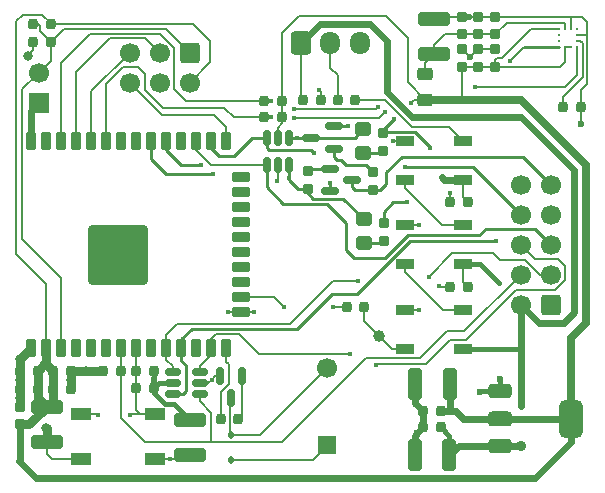
<source format=gbr>
%TF.GenerationSoftware,KiCad,Pcbnew,9.0.2*%
%TF.CreationDate,2025-06-19T10:12:08+02:00*%
%TF.ProjectId,Robobuoy-Sub-CPU-v2_1,526f626f-6275-46f7-992d-5375622d4350,2.0*%
%TF.SameCoordinates,Original*%
%TF.FileFunction,Copper,L1,Top*%
%TF.FilePolarity,Positive*%
%FSLAX46Y46*%
G04 Gerber Fmt 4.6, Leading zero omitted, Abs format (unit mm)*
G04 Created by KiCad (PCBNEW 9.0.2) date 2025-06-19 10:12:08*
%MOMM*%
%LPD*%
G01*
G04 APERTURE LIST*
G04 Aperture macros list*
%AMRoundRect*
0 Rectangle with rounded corners*
0 $1 Rounding radius*
0 $2 $3 $4 $5 $6 $7 $8 $9 X,Y pos of 4 corners*
0 Add a 4 corners polygon primitive as box body*
4,1,4,$2,$3,$4,$5,$6,$7,$8,$9,$2,$3,0*
0 Add four circle primitives for the rounded corners*
1,1,$1+$1,$2,$3*
1,1,$1+$1,$4,$5*
1,1,$1+$1,$6,$7*
1,1,$1+$1,$8,$9*
0 Add four rect primitives between the rounded corners*
20,1,$1+$1,$2,$3,$4,$5,0*
20,1,$1+$1,$4,$5,$6,$7,0*
20,1,$1+$1,$6,$7,$8,$9,0*
20,1,$1+$1,$8,$9,$2,$3,0*%
G04 Aperture macros list end*
%TA.AperFunction,SMDPad,CuDef*%
%ADD10R,0.280000X0.280000*%
%TD*%
%TA.AperFunction,SMDPad,CuDef*%
%ADD11RoundRect,0.150000X0.150000X-0.512500X0.150000X0.512500X-0.150000X0.512500X-0.150000X-0.512500X0*%
%TD*%
%TA.AperFunction,SMDPad,CuDef*%
%ADD12RoundRect,0.200000X-0.250000X0.200000X-0.250000X-0.200000X0.250000X-0.200000X0.250000X0.200000X0*%
%TD*%
%TA.AperFunction,SMDPad,CuDef*%
%ADD13RoundRect,0.200000X-0.200000X-0.250000X0.200000X-0.250000X0.200000X0.250000X-0.200000X0.250000X0*%
%TD*%
%TA.AperFunction,SMDPad,CuDef*%
%ADD14RoundRect,0.200000X0.200000X0.250000X-0.200000X0.250000X-0.200000X-0.250000X0.200000X-0.250000X0*%
%TD*%
%TA.AperFunction,SMDPad,CuDef*%
%ADD15RoundRect,0.090000X0.660000X0.360000X-0.660000X0.360000X-0.660000X-0.360000X0.660000X-0.360000X0*%
%TD*%
%TA.AperFunction,SMDPad,CuDef*%
%ADD16RoundRect,0.300000X-0.700000X-0.300000X0.700000X-0.300000X0.700000X0.300000X-0.700000X0.300000X0*%
%TD*%
%TA.AperFunction,SMDPad,CuDef*%
%ADD17RoundRect,0.317500X-0.698500X-0.317500X0.698500X-0.317500X0.698500X0.317500X-0.698500X0.317500X0*%
%TD*%
%TA.AperFunction,SMDPad,CuDef*%
%ADD18RoundRect,0.500000X-0.500000X-1.100000X0.500000X-1.100000X0.500000X1.100000X-0.500000X1.100000X0*%
%TD*%
%TA.AperFunction,SMDPad,CuDef*%
%ADD19RoundRect,0.150000X-0.150000X0.587500X-0.150000X-0.587500X0.150000X-0.587500X0.150000X0.587500X0*%
%TD*%
%TA.AperFunction,SMDPad,CuDef*%
%ADD20RoundRect,0.300000X-0.400000X0.300000X-0.400000X-0.300000X0.400000X-0.300000X0.400000X0.300000X0*%
%TD*%
%TA.AperFunction,SMDPad,CuDef*%
%ADD21RoundRect,0.200000X0.250000X-0.200000X0.250000X0.200000X-0.250000X0.200000X-0.250000X-0.200000X0*%
%TD*%
%TA.AperFunction,SMDPad,CuDef*%
%ADD22RoundRect,0.112500X0.112500X-0.187500X0.112500X0.187500X-0.112500X0.187500X-0.112500X-0.187500X0*%
%TD*%
%TA.AperFunction,SMDPad,CuDef*%
%ADD23C,1.000000*%
%TD*%
%TA.AperFunction,ComponentPad*%
%ADD24RoundRect,0.250000X-0.600000X0.600000X-0.600000X-0.600000X0.600000X-0.600000X0.600000X0.600000X0*%
%TD*%
%TA.AperFunction,ComponentPad*%
%ADD25C,1.700000*%
%TD*%
%TA.AperFunction,ComponentPad*%
%ADD26RoundRect,0.250000X0.600000X0.600000X-0.600000X0.600000X-0.600000X-0.600000X0.600000X-0.600000X0*%
%TD*%
%TA.AperFunction,SMDPad,CuDef*%
%ADD27RoundRect,0.250000X1.100000X-0.325000X1.100000X0.325000X-1.100000X0.325000X-1.100000X-0.325000X0*%
%TD*%
%TA.AperFunction,SMDPad,CuDef*%
%ADD28RoundRect,0.150000X0.587500X0.150000X-0.587500X0.150000X-0.587500X-0.150000X0.587500X-0.150000X0*%
%TD*%
%TA.AperFunction,ComponentPad*%
%ADD29RoundRect,0.250000X-0.600000X-0.725000X0.600000X-0.725000X0.600000X0.725000X-0.600000X0.725000X0*%
%TD*%
%TA.AperFunction,ComponentPad*%
%ADD30O,1.700000X1.950000*%
%TD*%
%TA.AperFunction,SMDPad,CuDef*%
%ADD31RoundRect,0.275000X0.375000X-0.275000X0.375000X0.275000X-0.375000X0.275000X-0.375000X-0.275000X0*%
%TD*%
%TA.AperFunction,SMDPad,CuDef*%
%ADD32RoundRect,0.250000X-1.100000X0.325000X-1.100000X-0.325000X1.100000X-0.325000X1.100000X0.325000X0*%
%TD*%
%TA.AperFunction,ComponentPad*%
%ADD33R,1.700000X1.700000*%
%TD*%
%TA.AperFunction,SMDPad,CuDef*%
%ADD34R,1.700000X1.000000*%
%TD*%
%TA.AperFunction,SMDPad,CuDef*%
%ADD35RoundRect,0.250000X0.325000X1.100000X-0.325000X1.100000X-0.325000X-1.100000X0.325000X-1.100000X0*%
%TD*%
%TA.AperFunction,SMDPad,CuDef*%
%ADD36RoundRect,0.150000X0.512500X0.150000X-0.512500X0.150000X-0.512500X-0.150000X0.512500X-0.150000X0*%
%TD*%
%TA.AperFunction,SMDPad,CuDef*%
%ADD37RoundRect,0.225000X0.225000X-0.525000X0.225000X0.525000X-0.225000X0.525000X-0.225000X-0.525000X0*%
%TD*%
%TA.AperFunction,SMDPad,CuDef*%
%ADD38RoundRect,0.225000X0.525000X0.225000X-0.525000X0.225000X-0.525000X-0.225000X0.525000X-0.225000X0*%
%TD*%
%TA.AperFunction,SMDPad,CuDef*%
%ADD39RoundRect,0.250000X2.250000X-2.250000X2.250000X2.250000X-2.250000X2.250000X-2.250000X-2.250000X0*%
%TD*%
%TA.AperFunction,ComponentPad*%
%ADD40R,1.650000X1.650000*%
%TD*%
%TA.AperFunction,SMDPad,CuDef*%
%ADD41RoundRect,0.150000X-0.587500X-0.150000X0.587500X-0.150000X0.587500X0.150000X-0.587500X0.150000X0*%
%TD*%
%TA.AperFunction,ViaPad*%
%ADD42C,0.450000*%
%TD*%
%TA.AperFunction,ViaPad*%
%ADD43C,0.600000*%
%TD*%
%TA.AperFunction,ViaPad*%
%ADD44C,0.800000*%
%TD*%
%TA.AperFunction,ViaPad*%
%ADD45C,0.900000*%
%TD*%
%TA.AperFunction,Conductor*%
%ADD46C,0.250000*%
%TD*%
%TA.AperFunction,Conductor*%
%ADD47C,0.200000*%
%TD*%
%TA.AperFunction,Conductor*%
%ADD48C,0.600000*%
%TD*%
%TA.AperFunction,Conductor*%
%ADD49C,0.800000*%
%TD*%
%TA.AperFunction,Conductor*%
%ADD50C,0.400000*%
%TD*%
%TA.AperFunction,Conductor*%
%ADD51C,0.700000*%
%TD*%
G04 APERTURE END LIST*
D10*
%TO.P,U102,12,INT_XL*%
%TO.N,unconnected-(U102-INT_XL-Pad12)*%
X21714700Y17403000D03*
%TO.P,U102,11,DRDY_MAG*%
%TO.N,unconnected-(U102-DRDY_MAG-Pad11)*%
X21714700Y17903000D03*
%TO.P,U102,10,VDDIO*%
%TO.N,+3.3V*%
X21727200Y18415500D03*
%TO.P,U102,9,VDD*%
%TO.N,Net-(U102-VDD)*%
X22227200Y18415500D03*
%TO.P,U102,8,GND*%
%TO.N,GND*%
X22727200Y18415500D03*
%TO.P,U102,7,INT_MAG*%
%TO.N,unconnected-(U102-INT_MAG-Pad7)*%
X23227200Y18415500D03*
%TO.P,U102,6,GND*%
%TO.N,GND*%
X23239700Y17903000D03*
%TO.P,U102,5,C1*%
%TO.N,Net-(U102-C1)*%
X23239700Y17403000D03*
%TO.P,U102,4,SDA/SDI/SDO*%
%TO.N,Net-(U101-SDA{slash}GPIO21)*%
X23227200Y16890500D03*
%TO.P,U102,3,CS_MAG*%
%TO.N,+3.3V*%
X22727200Y16890500D03*
%TO.P,U102,2,CS_XL*%
X22227200Y16890500D03*
%TO.P,U102,1,SCL/SPC*%
%TO.N,Net-(U101-SCL{slash}GPIO22)*%
X21727200Y16890500D03*
%TD*%
D11*
%TO.P,U105,1,I/O1*%
%TO.N,ESC_BB_PWR*%
X-3058200Y6888900D03*
%TO.P,U105,2,GND*%
%TO.N,GND*%
X-2108200Y6888900D03*
%TO.P,U105,3,I/O2*%
%TO.N,TX_SUB*%
X-1158200Y6888900D03*
%TO.P,U105,4,I/O3*%
%TO.N,RX_SUB*%
X-1158200Y9163900D03*
%TO.P,U105,5,VBUS*%
%TO.N,+3.3V*%
X-2108200Y9163900D03*
%TO.P,U105,6,I/O4*%
%TO.N,ESC_SB_PWR*%
X-3058200Y9163900D03*
%TD*%
D12*
%TO.P,C124,1*%
%TO.N,GND*%
X16254200Y19419000D03*
%TO.P,C124,2*%
%TO.N,Net-(U102-VDD)*%
X16254200Y17919000D03*
%TD*%
%TO.P,C123,1*%
%TO.N,GND*%
X16254200Y16662400D03*
%TO.P,C123,2*%
%TO.N,+3.3V*%
X16254200Y15162400D03*
%TD*%
D13*
%TO.P,C112,1*%
%TO.N,SWITCH*%
X-14085000Y-12014200D03*
%TO.P,C112,2*%
%TO.N,+3.3V*%
X-12585000Y-12014200D03*
%TD*%
%TO.P,C107,1*%
%TO.N,+3.3V*%
X-21148000Y-12065000D03*
%TO.P,C107,2*%
%TO.N,GND*%
X-19648000Y-12065000D03*
%TD*%
D14*
%TO.P,C101,1*%
%TO.N,EN*%
X-21324400Y17272000D03*
%TO.P,C101,2*%
%TO.N,GND*%
X-22824400Y17272000D03*
%TD*%
D15*
%TO.P,D102,1,VDD*%
%TO.N,+5V*%
X13598800Y-1523000D03*
%TO.P,D102,2,DOUT*%
%TO.N,Net-(D102-DOUT)*%
X13598800Y1777000D03*
%TO.P,D102,3,VSS*%
%TO.N,GND*%
X8698800Y1777000D03*
%TO.P,D102,4,DIN*%
%TO.N,Net-(D101-DOUT)*%
X8698800Y-1523000D03*
%TD*%
D14*
%TO.P,R106,1*%
%TO.N,Net-(D101-DIN)*%
X5232400Y-5130800D03*
%TO.P,R106,2*%
%TO.N,LEDS*%
X3732400Y-5130800D03*
%TD*%
D16*
%TO.P,U104,1,GND*%
%TO.N,GND*%
X16713200Y-12301300D03*
D17*
%TO.P,U104,2,VO*%
%TO.N,+3.3V*%
X16713200Y-14601300D03*
D18*
X22761200Y-14601300D03*
D16*
%TO.P,U104,3,VI*%
%TO.N,+5V*%
X16713200Y-16901300D03*
%TD*%
D19*
%TO.P,Q101,1,G*%
%TO.N,Net-(Q101-G)*%
X-5120600Y-11023600D03*
%TO.P,Q101,2,S*%
%TO.N,GND*%
X-7020600Y-11023600D03*
%TO.P,Q101,3,D*%
%TO.N,Net-(BZ101--)*%
X-6070600Y-12898600D03*
%TD*%
D14*
%TO.P,C109,1*%
%TO.N,+5V*%
X13983400Y-3429000D03*
%TO.P,C109,2*%
%TO.N,GND*%
X12483400Y-3429000D03*
%TD*%
D20*
%TO.P,D105,1,K*%
%TO.N,RX_SUB*%
X5130800Y9890000D03*
%TO.P,D105,2,A*%
%TO.N,Net-(D105-A)*%
X5130800Y7890000D03*
%TD*%
D21*
%TO.P,C108,1*%
%TO.N,+3.3V*%
X-23954000Y-15101000D03*
%TO.P,C108,2*%
%TO.N,GND*%
X-23954000Y-13601000D03*
%TD*%
%TO.P,R107,1*%
%TO.N,Net-(D108-A)*%
X6858000Y418400D03*
%TO.P,R107,2*%
%TO.N,+3.3V*%
X6858000Y1918400D03*
%TD*%
D12*
%TO.P,R111,1*%
%TO.N,Net-(Q117-B)*%
X457200Y6338000D03*
%TO.P,R111,2*%
%TO.N,TX_SUB*%
X457200Y4838000D03*
%TD*%
D13*
%TO.P,C125,1*%
%TO.N,GND*%
X-16879000Y-10541000D03*
%TO.P,C125,2*%
%TO.N,VSAMP*%
X-15379000Y-10541000D03*
%TD*%
D22*
%TO.P,D104,1,K*%
%TO.N,+5V*%
X-6096000Y-18093400D03*
%TO.P,D104,2,A*%
%TO.N,Net-(BZ101--)*%
X-6096000Y-15993400D03*
%TD*%
D12*
%TO.P,C115,1*%
%TO.N,GND*%
X14831800Y19419000D03*
%TO.P,C115,2*%
%TO.N,Net-(U102-VDD)*%
X14831800Y17919000D03*
%TD*%
D14*
%TO.P,C110,1*%
%TO.N,+5V*%
X14008800Y3708400D03*
%TO.P,C110,2*%
%TO.N,GND*%
X12508800Y3708400D03*
%TD*%
%TO.P,R102,1*%
%TO.N,Net-(Q101-G)*%
X-5447600Y-14655800D03*
%TO.P,R102,2*%
%TO.N,BUZZER*%
X-6947600Y-14655800D03*
%TD*%
D13*
%TO.P,C116,1*%
%TO.N,Net-(U102-C1)*%
X22032000Y11811000D03*
%TO.P,C116,2*%
%TO.N,GND*%
X23532000Y11811000D03*
%TD*%
D14*
%TO.P,C120,1*%
%TO.N,+3.3V*%
X11697400Y-13966300D03*
%TO.P,C120,2*%
%TO.N,GND*%
X10197400Y-13966300D03*
%TD*%
D23*
%TO.P,TP101,1,1*%
%TO.N,Net-(D101-DIN)*%
X6500600Y-7594600D03*
%TD*%
D24*
%TO.P,J101,1,Pin_1*%
%TO.N,EN*%
X-9577600Y16383000D03*
D25*
%TO.P,J101,2,Pin_2*%
%TO.N,+3.3V*%
X-9577600Y13843000D03*
%TO.P,J101,3,Pin_3*%
%TO.N,TX*%
X-12117600Y16383000D03*
%TO.P,J101,4,Pin_4*%
%TO.N,GND*%
X-12117600Y13843000D03*
%TO.P,J101,5,Pin_5*%
%TO.N,RX*%
X-14657600Y16383000D03*
%TO.P,J101,6,Pin_6*%
%TO.N,DR0*%
X-14657600Y13843000D03*
%TD*%
D21*
%TO.P,R110,1*%
%TO.N,Net-(D105-A)*%
X6807200Y8089200D03*
%TO.P,R110,2*%
%TO.N,+3.3V*%
X6807200Y9589200D03*
%TD*%
D15*
%TO.P,D101,1,VDD*%
%TO.N,+5V*%
X13575200Y-8685800D03*
%TO.P,D101,2,DOUT*%
%TO.N,Net-(D101-DOUT)*%
X13575200Y-5385800D03*
%TO.P,D101,3,VSS*%
%TO.N,GND*%
X8675200Y-5385800D03*
%TO.P,D101,4,DIN*%
%TO.N,Net-(D101-DIN)*%
X8675200Y-8685800D03*
%TD*%
D13*
%TO.P,C103,1*%
%TO.N,+3.3V*%
X-21148000Y-10541000D03*
%TO.P,C103,2*%
%TO.N,GND*%
X-19648000Y-10541000D03*
%TD*%
D14*
%TO.P,C102,1*%
%TO.N,+3.3V*%
X-22442000Y-10541000D03*
%TO.P,C102,2*%
%TO.N,GND*%
X-23942000Y-10541000D03*
%TD*%
%TO.P,R105,1*%
%TO.N,+3.3V*%
X-12585000Y-10566400D03*
%TO.P,R105,2*%
%TO.N,SWITCH*%
X-14085000Y-10566400D03*
%TD*%
D20*
%TO.P,D108,1,K*%
%TO.N,TX_SUB*%
X5181200Y2270000D03*
%TO.P,D108,2,A*%
%TO.N,Net-(D108-A)*%
X5181200Y270000D03*
%TD*%
D26*
%TO.P,J108,1,Pin_1*%
%TO.N,GND*%
X21004000Y-4953000D03*
D25*
%TO.P,J108,2,Pin_2*%
%TO.N,+5V*%
X18464000Y-4953000D03*
%TO.P,J108,3,Pin_3*%
%TO.N,ESC_BB*%
X21004000Y-2413000D03*
%TO.P,J108,4,Pin_4*%
%TO.N,VSAMP*%
X18464000Y-2413000D03*
%TO.P,J108,5,Pin_5*%
%TO.N,ESC_BB_PWR*%
X21004000Y127000D03*
%TO.P,J108,6,Pin_6*%
%TO.N,ESC_SB*%
X18464000Y127000D03*
%TO.P,J108,7,Pin_7*%
%TO.N,ON*%
X21004000Y2667000D03*
%TO.P,J108,8,Pin_8*%
%TO.N,ESC_SB_PWR*%
X18464000Y2667000D03*
%TO.P,J108,9,Pin_9*%
%TO.N,COMM*%
X21004000Y5207000D03*
%TO.P,J108,10,Pin_10*%
%TO.N,GND*%
X18464000Y5207000D03*
%TD*%
D27*
%TO.P,C114,1*%
%TO.N,Net-(U102-VDD)*%
X11123400Y16254200D03*
%TO.P,C114,2*%
%TO.N,GND*%
X11123400Y19204200D03*
%TD*%
D14*
%TO.P,C104,1*%
%TO.N,+3.3V*%
X-22442000Y-12065000D03*
%TO.P,C104,2*%
%TO.N,GND*%
X-23942000Y-12065000D03*
%TD*%
D13*
%TO.P,R108,1*%
%TO.N,Net-(J103-Pin_2)*%
X2971800Y12369800D03*
%TO.P,R108,2*%
%TO.N,Net-(D103-DOUT)*%
X4471800Y12369800D03*
%TD*%
D21*
%TO.P,R109,1*%
%TO.N,COMM*%
X5994400Y4736400D03*
%TO.P,R109,2*%
%TO.N,Net-(Q102-B)*%
X5994400Y6236400D03*
%TD*%
%TO.P,C113,1*%
%TO.N,Net-(U102-VDD)*%
X13460200Y17919000D03*
%TO.P,C113,2*%
%TO.N,GND*%
X13460200Y19419000D03*
%TD*%
D28*
%TO.P,Q102,1,B*%
%TO.N,Net-(Q102-B)*%
X2613900Y8244800D03*
%TO.P,Q102,2,E*%
%TO.N,GND*%
X2613900Y10144800D03*
%TO.P,Q102,3,C*%
%TO.N,RX_SUB*%
X738900Y9194800D03*
%TD*%
D14*
%TO.P,R101,1*%
%TO.N,+3.3V*%
X-21324400Y18796000D03*
%TO.P,R101,2*%
%TO.N,EN*%
X-22824400Y18796000D03*
%TD*%
D29*
%TO.P,J103,1,Pin_1*%
%TO.N,+5V*%
X-165000Y17212800D03*
D30*
%TO.P,J103,2,Pin_2*%
%TO.N,Net-(J103-Pin_2)*%
X2335000Y17212800D03*
%TO.P,J103,3,Pin_3*%
%TO.N,GND*%
X4835000Y17212800D03*
%TD*%
D12*
%TO.P,C122,1*%
%TO.N,GND*%
X14831800Y16663800D03*
%TO.P,C122,2*%
%TO.N,+3.3V*%
X14831800Y15163800D03*
%TD*%
D15*
%TO.P,D103,1,VDD*%
%TO.N,+5V*%
X13598800Y5589000D03*
%TO.P,D103,2,DOUT*%
%TO.N,Net-(D103-DOUT)*%
X13598800Y8889000D03*
%TO.P,D103,3,VSS*%
%TO.N,GND*%
X8698800Y8889000D03*
%TO.P,D103,4,DIN*%
%TO.N,Net-(D102-DOUT)*%
X8698800Y5589000D03*
%TD*%
D14*
%TO.P,C118,1*%
%TO.N,+5V*%
X11697400Y-15312500D03*
%TO.P,C118,2*%
%TO.N,GND*%
X10197400Y-15312500D03*
%TD*%
D31*
%TO.P,FB101,1*%
%TO.N,+3.3V*%
X10386800Y12412800D03*
%TO.P,FB101,2*%
%TO.N,Net-(U102-VDD)*%
X10386800Y14612800D03*
%TD*%
D32*
%TO.P,C106,1*%
%TO.N,+3.3V*%
X-9501400Y-14730200D03*
%TO.P,C106,2*%
%TO.N,GND*%
X-9501400Y-17680200D03*
%TD*%
D13*
%TO.P,C111,1*%
%TO.N,+5V*%
X62800Y12369800D03*
%TO.P,C111,2*%
%TO.N,GND*%
X1562800Y12369800D03*
%TD*%
D33*
%TO.P,SW101,1,1*%
%TO.N,GND*%
X-22353800Y12110800D03*
D25*
%TO.P,SW101,2,2*%
%TO.N,EN*%
X-22353800Y14650800D03*
%TD*%
D21*
%TO.P,C121,1*%
%TO.N,+3.3V*%
X13485600Y15150400D03*
%TO.P,C121,2*%
%TO.N,GND*%
X13485600Y16650400D03*
%TD*%
D34*
%TO.P,SW102,1,1*%
%TO.N,GND*%
X-12472800Y-18029000D03*
X-18772800Y-18029000D03*
%TO.P,SW102,2,2*%
%TO.N,SWITCH*%
X-12472800Y-14229000D03*
X-18772800Y-14229000D03*
%TD*%
D14*
%TO.P,R104,1*%
%TO.N,+3.3V*%
X-1764600Y12268200D03*
%TO.P,R104,2*%
%TO.N,Net-(U101-SCL{slash}GPIO22)*%
X-3264600Y12268200D03*
%TD*%
D35*
%TO.P,C119,1*%
%TO.N,+3.3V*%
X12447800Y-11654900D03*
%TO.P,C119,2*%
%TO.N,GND*%
X9497800Y-11654900D03*
%TD*%
%TO.P,C117,1*%
%TO.N,+5V*%
X12422400Y-17674700D03*
%TO.P,C117,2*%
%TO.N,GND*%
X9472400Y-17674700D03*
%TD*%
D14*
%TO.P,R103,1*%
%TO.N,+3.3V*%
X-1764600Y10922000D03*
%TO.P,R103,2*%
%TO.N,Net-(U101-SDA{slash}GPIO21)*%
X-3264600Y10922000D03*
%TD*%
D36*
%TO.P,U103,1,I/O1*%
%TO.N,VSAMP*%
X-8717700Y-12557800D03*
%TO.P,U103,2,GND*%
%TO.N,GND*%
X-8717700Y-11607800D03*
%TO.P,U103,3,I/O2*%
%TO.N,ESC_SB*%
X-8717700Y-10657800D03*
%TO.P,U103,4,I/O3*%
%TO.N,ESC_BB*%
X-10992700Y-10657800D03*
%TO.P,U103,5,VBUS*%
%TO.N,+3.3V*%
X-10992700Y-11607800D03*
%TO.P,U103,6,I/O4*%
%TO.N,ON*%
X-10992700Y-12557800D03*
%TD*%
D37*
%TO.P,U101,1,GND*%
%TO.N,GND*%
X-22988000Y-8623000D03*
%TO.P,U101,2,VDD*%
%TO.N,+3.3V*%
X-21718000Y-8623000D03*
%TO.P,U101,3,CHIP_PU/EN*%
%TO.N,EN*%
X-20448000Y-8623000D03*
%TO.P,U101,4,GPIO36*%
%TO.N,unconnected-(U101-GPIO36-Pad4)*%
X-19178000Y-8623000D03*
%TO.P,U101,5,GPIO39*%
%TO.N,unconnected-(U101-GPIO39-Pad5)*%
X-17908000Y-8623000D03*
%TO.P,U101,6,GPIO34*%
%TO.N,unconnected-(U101-GPIO34-Pad6)*%
X-16638000Y-8623000D03*
%TO.P,U101,7,GPIO35*%
%TO.N,VSAMP*%
X-15368000Y-8623000D03*
%TO.P,U101,8,GPIO32*%
%TO.N,SWITCH*%
X-14098000Y-8623000D03*
%TO.P,U101,9,GPIO33*%
%TO.N,unconnected-(U101-GPIO33-Pad9)*%
X-12828000Y-8623000D03*
%TO.P,U101,10,GPIO25*%
%TO.N,ESC_BB*%
X-11558000Y-8623000D03*
%TO.P,U101,11,GPIO26*%
%TO.N,ON*%
X-10288000Y-8623000D03*
%TO.P,U101,12,GPIO27*%
%TO.N,unconnected-(U101-GPIO27-Pad12)*%
X-9018000Y-8623000D03*
%TO.P,U101,13,MTMS/SCK/CLK/GPIO14*%
%TO.N,ESC_SB*%
X-7748000Y-8623000D03*
%TO.P,U101,14,MTDI/MISO/D2/GPIO12*%
%TO.N,BUZZER*%
X-6478000Y-8623000D03*
D38*
%TO.P,U101,15,GND*%
%TO.N,GND*%
X-5228000Y-5588000D03*
%TO.P,U101,16,MTCK/MOSI/D3/GPIO13*%
%TO.N,LEDS*%
X-5228000Y-4318000D03*
%TO.P,U101,17,NC*%
%TO.N,unconnected-(U101-NC-Pad17)*%
X-5228000Y-3048000D03*
%TO.P,U101,18,NC*%
%TO.N,unconnected-(U101-NC-Pad18)*%
X-5228000Y-1778000D03*
%TO.P,U101,19,NC*%
%TO.N,unconnected-(U101-NC-Pad19)*%
X-5228000Y-508000D03*
%TO.P,U101,20,NC*%
%TO.N,unconnected-(U101-NC-Pad20)*%
X-5228000Y762000D03*
%TO.P,U101,21,NC*%
%TO.N,unconnected-(U101-NC-Pad21)*%
X-5228000Y2032000D03*
%TO.P,U101,22,NC*%
%TO.N,unconnected-(U101-NC-Pad22)*%
X-5228000Y3302000D03*
%TO.P,U101,23,MTDO/CS/CMD/GPIO15*%
%TO.N,unconnected-(U101-MTDO{slash}CS{slash}CMD{slash}GPIO15-Pad23)*%
X-5228000Y4572000D03*
%TO.P,U101,24,D0/GPIO2*%
%TO.N,unconnected-(U101-D0{slash}GPIO2-Pad24)*%
X-5228000Y5842000D03*
D37*
%TO.P,U101,25,BOOT/GPIO0*%
%TO.N,DR0*%
X-6478000Y8877000D03*
%TO.P,U101,26,D1/GPIO4*%
%TO.N,ESC_SB_PWR*%
X-7748000Y8877000D03*
%TO.P,U101,27,RXD/GPIO16*%
%TO.N,ESC_BB_PWR*%
X-9018000Y8877000D03*
%TO.P,U101,28,TXD/GPIO17*%
%TO.N,unconnected-(U101-TXD{slash}GPIO17-Pad28)*%
X-10288000Y8877000D03*
%TO.P,U101,29,CS/GPIO5*%
%TO.N,RX_SUB*%
X-11558000Y8877000D03*
%TO.P,U101,30,SCK/GPIO18*%
%TO.N,TX_SUB*%
X-12828000Y8877000D03*
%TO.P,U101,31,MISO/GPIO19*%
%TO.N,unconnected-(U101-MISO{slash}GPIO19-Pad31)*%
X-14098000Y8877000D03*
%TO.P,U101,32,NC*%
%TO.N,unconnected-(U101-NC-Pad32)*%
X-15368000Y8877000D03*
%TO.P,U101,33,SDA/GPIO21*%
%TO.N,Net-(U101-SDA{slash}GPIO21)*%
X-16638000Y8877000D03*
%TO.P,U101,34,RXD/GPIO3*%
%TO.N,RX*%
X-17908000Y8877000D03*
%TO.P,U101,35,TXD/GPIO1*%
%TO.N,TX*%
X-19178000Y8877000D03*
%TO.P,U101,36,SCL/GPIO22*%
%TO.N,Net-(U101-SCL{slash}GPIO22)*%
X-20448000Y8877000D03*
%TO.P,U101,37,MOSI/GPIO23*%
%TO.N,unconnected-(U101-MOSI{slash}GPIO23-Pad37)*%
X-21718000Y8877000D03*
%TO.P,U101,38,GND*%
%TO.N,GND*%
X-22988000Y8877000D03*
D39*
%TO.P,U101,39,GND*%
X-15643000Y-733000D03*
%TD*%
D40*
%TO.P,BZ101,1,+*%
%TO.N,+5V*%
X2082800Y-16813600D03*
D25*
%TO.P,BZ101,2,-*%
%TO.N,Net-(BZ101--)*%
X2082800Y-10313600D03*
%TD*%
D32*
%TO.P,C105,1*%
%TO.N,+3.3V*%
X-21668000Y-13638000D03*
%TO.P,C105,2*%
%TO.N,GND*%
X-21668000Y-16588000D03*
%TD*%
D41*
%TO.P,Q117,1,B*%
%TO.N,Net-(Q117-B)*%
X2313700Y6552100D03*
%TO.P,Q117,2,E*%
%TO.N,GND*%
X2313700Y4652100D03*
%TO.P,Q117,3,C*%
%TO.N,COMM*%
X4188700Y5602100D03*
%TD*%
D42*
%TO.N,GND*%
X9829800Y-5384800D03*
D43*
X16687800Y-11252200D03*
D42*
X-7708900Y-11315700D03*
D44*
X-23954000Y-12877800D03*
D43*
X14986000Y-12319000D03*
D42*
X-11252200Y-18029000D03*
D44*
X-23291800Y16129000D03*
D42*
X-6299200Y-5588000D03*
D43*
X9656150Y-15853750D03*
D42*
X2286000Y5334000D03*
D44*
X-21691600Y-15367000D03*
D43*
X10197400Y-14655800D03*
D44*
X-18338800Y-10541000D03*
X-23954000Y-11353800D03*
D42*
X11582400Y-3378200D03*
D43*
X14044400Y19393000D03*
D44*
X-23895700Y-9530700D03*
D42*
X9880600Y1752600D03*
D43*
X14146000Y16002000D03*
D42*
X-2133600Y5537200D03*
X12496800Y4470400D03*
X-15643000Y-733000D03*
D43*
X23544000Y10337800D03*
D42*
X1374913Y13211313D03*
D44*
X-19648000Y-11328400D03*
D43*
X9621750Y-13390650D03*
D42*
X7620000Y8890000D03*
X3810000Y10160000D03*
X-4114800Y-5588000D03*
D45*
%TO.N,+5V*%
X18465800Y-16916400D03*
D42*
X11760200Y5827400D03*
X18491200Y-13538200D03*
X16623400Y-3112400D03*
X11760200Y10922000D03*
%TO.N,ESC_SB_PWR*%
X965200Y7874000D03*
X8636000Y6705600D03*
%TO.N,ESC_BB*%
X4673600Y-2946400D03*
X10668000Y-2590800D03*
%TO.N,ESC_SB*%
X6197600Y-10058400D03*
X4013200Y-9144000D03*
%TO.N,ON*%
X16357600Y457200D03*
%TO.N,+3.3V*%
X9144000Y12141200D03*
X8839200Y3708400D03*
D43*
X-12585000Y-11353800D03*
X-21148000Y-11328400D03*
D42*
X7772400Y10769600D03*
X10769600Y8280400D03*
%TO.N,SWITCH*%
X-17348200Y-14274800D03*
X-14605000Y-14274800D03*
%TO.N,LEDS*%
X2540000Y-5130800D03*
X-1600200Y-5130800D03*
%TO.N,Net-(U101-SDA{slash}GPIO21)*%
X6934200Y11353800D03*
X-2639600Y10925750D03*
X14554200Y13462000D03*
X-711200Y10845800D03*
%TO.N,Net-(U101-SCL{slash}GPIO22)*%
X-711200Y11582400D03*
X-2639600Y12263810D03*
X17576800Y15697200D03*
X6388100Y11747500D03*
%TO.N,RX_SUB*%
X-8636000Y6858000D03*
X-457200Y9194800D03*
%TO.N,TX_SUB*%
X-1158200Y5791200D03*
X-7569200Y6146800D03*
%TD*%
D46*
%TO.N,Net-(U101-SCL{slash}GPIO22)*%
X21727200Y16890500D02*
X18770100Y16890500D01*
D47*
%TO.N,GND*%
X-22824400Y17272000D02*
X-22824400Y16596400D01*
X22731200Y19419000D02*
X22020000Y19419000D01*
X22727200Y19415000D02*
X22731200Y19419000D01*
D48*
X9497800Y-11654900D02*
X9497800Y-13266700D01*
D49*
X-22988000Y-8623000D02*
X-23895700Y-9530700D01*
D47*
X23532000Y10349800D02*
X23544000Y10337800D01*
X24115000Y17907000D02*
X24115000Y18948400D01*
D50*
X16713200Y-11277600D02*
X16687800Y-11252200D01*
D49*
X-21668000Y-15390600D02*
X-21691600Y-15367000D01*
D47*
X16252800Y16663800D02*
X16254200Y16662400D01*
D48*
X9656150Y-15853750D02*
X10197400Y-15312500D01*
D47*
X-5228000Y-5588000D02*
X-6299200Y-5588000D01*
X14807800Y16663800D02*
X14146000Y16002000D01*
X13866000Y19393000D02*
X14044400Y19393000D01*
D46*
X2613900Y10144800D02*
X3794800Y10144800D01*
D49*
X-19648000Y-10541000D02*
X-18338800Y-10541000D01*
D47*
X-18772800Y-18029000D02*
X-21239400Y-18029000D01*
X16178000Y19419000D02*
X14819800Y19419000D01*
X-21666200Y-17602200D02*
X-21666200Y-16589800D01*
X16209000Y19450000D02*
X16178000Y19419000D01*
X22727200Y18415500D02*
X22727200Y19415000D01*
X23532000Y13182600D02*
X24115000Y13765600D01*
X-11252200Y-18029000D02*
X-12472800Y-18029000D01*
D46*
X2313700Y5306300D02*
X2286000Y5334000D01*
D49*
X-23954000Y-12877800D02*
X-23954000Y-13601000D01*
D47*
X14807800Y19431000D02*
X14082400Y19431000D01*
X14831800Y16663800D02*
X16252800Y16663800D01*
X23644400Y19419000D02*
X22731200Y19419000D01*
X1562800Y13023426D02*
X1374913Y13211313D01*
X16178000Y19419000D02*
X22020000Y19419000D01*
X8698800Y8889000D02*
X7621000Y8889000D01*
D48*
X10197400Y-13966300D02*
X10197400Y-14655800D01*
D47*
X-2108200Y6888900D02*
X-2108200Y5562600D01*
X13485600Y16675800D02*
X13485600Y16662400D01*
X-8717700Y-11607800D02*
X-8001000Y-11607800D01*
X-22824400Y16596400D02*
X-23291800Y16129000D01*
X23532000Y11811000D02*
X23532000Y10349800D01*
D48*
X-22988000Y8877000D02*
X-22988000Y11476600D01*
D47*
X14831800Y16663800D02*
X14807800Y16663800D01*
X13460200Y19419000D02*
X11338200Y19419000D01*
X8675200Y-5385800D02*
X9828800Y-5385800D01*
X7621000Y8889000D02*
X7620000Y8890000D01*
X23532000Y11811000D02*
X23532000Y13182600D01*
X8698800Y1777000D02*
X9856200Y1777000D01*
X-21666200Y-16589800D02*
X-21668000Y-16588000D01*
X-8001000Y-11607800D02*
X-7708900Y-11315700D01*
X-9850200Y-18029000D02*
X-11252200Y-18029000D01*
X11633200Y-3429000D02*
X11582400Y-3378200D01*
D48*
X9472400Y-16037500D02*
X9656150Y-15853750D01*
X9497800Y-13266700D02*
X9621750Y-13390650D01*
D49*
X-23895700Y-9530700D02*
X-23954000Y-9589000D01*
D47*
X-21239400Y-18029000D02*
X-21666200Y-17602200D01*
D50*
X15003700Y-12301300D02*
X14986000Y-12319000D01*
D47*
X-5228000Y-5588000D02*
X-4114800Y-5588000D01*
X-7416800Y-11023600D02*
X-7020600Y-11023600D01*
D48*
X9621750Y-13390650D02*
X10197400Y-13966300D01*
D47*
X12508800Y3708400D02*
X12508800Y4458400D01*
D50*
X16713200Y-12301300D02*
X16713200Y-11277600D01*
D47*
X24111000Y17903000D02*
X24115000Y17907000D01*
D49*
X-19648000Y-10541000D02*
X-19648000Y-11328400D01*
X-18338800Y-10541000D02*
X-16879000Y-10541000D01*
D46*
X2313700Y4652100D02*
X2313700Y5306300D01*
D47*
X24115000Y18948400D02*
X23644400Y19419000D01*
X9828800Y-5385800D02*
X9829800Y-5384800D01*
X11338200Y19419000D02*
X11123400Y19204200D01*
D48*
X10197400Y-14655800D02*
X10197400Y-15312500D01*
D46*
X3794800Y10144800D02*
X3810000Y10160000D01*
D49*
X-23954000Y-9589000D02*
X-23954000Y-11353800D01*
D50*
X16713200Y-12301300D02*
X15003700Y-12301300D01*
D49*
X-23954000Y-11353800D02*
X-23954000Y-12877800D01*
D47*
X14082400Y19431000D02*
X14044400Y19393000D01*
D49*
X-21668000Y-16588000D02*
X-21668000Y-15390600D01*
D47*
X12483400Y-3429000D02*
X11633200Y-3429000D01*
X14819800Y19419000D02*
X14807800Y19431000D01*
X-7708900Y-11315700D02*
X-7416800Y-11023600D01*
D48*
X9472400Y-17674700D02*
X9472400Y-16037500D01*
D47*
X24115000Y13765600D02*
X24115000Y17907000D01*
X22016000Y19415000D02*
X22020000Y19419000D01*
X23239700Y17903000D02*
X24111000Y17903000D01*
X13485600Y16662400D02*
X14146000Y16002000D01*
X9856200Y1777000D02*
X9880600Y1752600D01*
D49*
X-19648000Y-11328400D02*
X-19648000Y-12065000D01*
D47*
X-2108200Y5562600D02*
X-2133600Y5537200D01*
X1562800Y12369800D02*
X1562800Y13023426D01*
D48*
X-22988000Y11476600D02*
X-22353800Y12110800D01*
D47*
X-9501400Y-17680200D02*
X-9850200Y-18029000D01*
X12508800Y4458400D02*
X12496800Y4470400D01*
%TO.N,VSAMP*%
X5359400Y-9474200D02*
X-1760800Y-16594400D01*
X-7721600Y-14097000D02*
X-7721600Y-16594400D01*
X-15368000Y-10530000D02*
X-15379000Y-10541000D01*
X-15379000Y-10541000D02*
X-15379000Y-14542200D01*
X-8717700Y-12557800D02*
X-8717700Y-13100900D01*
X-15379000Y-14542200D02*
X-13326800Y-16594400D01*
X18464000Y-2413000D02*
X13688800Y-7188200D01*
X-1760800Y-16594400D02*
X-7721600Y-16594400D01*
X-13326800Y-16594400D02*
X-7721600Y-16594400D01*
X9931400Y-9474200D02*
X5359400Y-9474200D01*
X12217400Y-7188200D02*
X9931400Y-9474200D01*
X13688800Y-7188200D02*
X12217400Y-7188200D01*
X-8717700Y-13100900D02*
X-7721600Y-14097000D01*
X-15368000Y-8623000D02*
X-15368000Y-10530000D01*
D48*
%TO.N,+5V*%
X-160800Y17212800D02*
X-165000Y17212800D01*
D50*
X13575200Y-8685800D02*
X16839200Y-8685800D01*
D48*
X9296400Y10922000D02*
X7162800Y13055600D01*
X15494000Y-16881300D02*
X16799100Y-16881300D01*
X7162800Y13055600D02*
X7162800Y17373600D01*
X18464000Y-8737600D02*
X18464000Y-13511000D01*
D47*
X2082800Y-16813600D02*
X2082800Y-16916400D01*
D48*
X15138400Y-16881300D02*
X16799100Y-16881300D01*
D50*
X16840200Y-8686800D02*
X18413200Y-8686800D01*
D48*
X23012400Y6426200D02*
X18516600Y10922000D01*
X18464000Y-4953000D02*
X20013400Y-6502400D01*
D47*
X-165000Y12597600D02*
X62800Y12369800D01*
D48*
X14721200Y-16881300D02*
X13215800Y-16881300D01*
D47*
X13598800Y-1523000D02*
X13598800Y-3044400D01*
X13598800Y-3044400D02*
X13983400Y-3429000D01*
X2082800Y-16916400D02*
X905800Y-18093400D01*
D48*
X11760200Y10922000D02*
X9296400Y10922000D01*
X18464000Y-4953000D02*
X18464000Y-8737600D01*
D50*
X18413200Y-8686800D02*
X18464000Y-8737600D01*
D47*
X-165000Y17212800D02*
X-165000Y12597600D01*
D48*
X16799100Y-16881300D02*
X18430700Y-16881300D01*
X13215800Y-16881300D02*
X12422400Y-17674700D01*
X20013400Y-6502400D02*
X22098000Y-6502400D01*
D50*
X15034000Y-1523000D02*
X16623400Y-3112400D01*
D48*
X7162800Y17373600D02*
X5715000Y18821400D01*
X22098000Y-6502400D02*
X23012400Y-5588000D01*
X5715000Y18821400D02*
X1447800Y18821400D01*
X14721200Y-16881300D02*
X15138400Y-16881300D01*
D47*
X13598800Y5589000D02*
X13598800Y4118400D01*
D50*
X12422400Y-16037500D02*
X11697400Y-15312500D01*
D48*
X18516600Y10922000D02*
X11760200Y10922000D01*
X1447800Y18821400D02*
X-160800Y17212800D01*
D50*
X12422400Y-17674700D02*
X12422400Y-16037500D01*
X16839200Y-8685800D02*
X16840200Y-8686800D01*
D47*
X13598800Y4118400D02*
X14008800Y3708400D01*
D48*
X11998600Y5589000D02*
X11760200Y5827400D01*
X13598800Y5589000D02*
X11998600Y5589000D01*
X23012400Y-5588000D02*
X23012400Y6426200D01*
D47*
X905800Y-18093400D02*
X-6096000Y-18093400D01*
D48*
X18430700Y-16881300D02*
X18465800Y-16916400D01*
D50*
X13598800Y-1523000D02*
X15034000Y-1523000D01*
D48*
X15138400Y-16881300D02*
X15494000Y-16881300D01*
X18464000Y-13511000D02*
X18491200Y-13538200D01*
D46*
%TO.N,COMM*%
X21004000Y5207000D02*
X18641800Y7569200D01*
X18641800Y7569200D02*
X8382000Y7569200D01*
X8382000Y7569200D02*
X7061200Y6248400D01*
X7061200Y5283200D02*
X6514400Y4736400D01*
X4188700Y5602100D02*
X4188700Y5006100D01*
X4458400Y4736400D02*
X5994400Y4736400D01*
X4188700Y5006100D02*
X4458400Y4736400D01*
X6514400Y4736400D02*
X5994400Y4736400D01*
X7061200Y6248400D02*
X7061200Y5283200D01*
%TO.N,ESC_SB_PWR*%
X-3089100Y9194800D02*
X-4267200Y9194800D01*
X14425400Y6705600D02*
X8636000Y6705600D01*
X711200Y8128000D02*
X-2844800Y8128000D01*
X-5791200Y7670800D02*
X-7112000Y7670800D01*
X965200Y7874000D02*
X711200Y8128000D01*
X-3058200Y9163900D02*
X-3089100Y9194800D01*
X-2844800Y8128000D02*
X-3058200Y8341400D01*
X18464000Y2667000D02*
X14425400Y6705600D01*
X-7112000Y7670800D02*
X-7748000Y8306800D01*
X-4267200Y9194800D02*
X-5791200Y7670800D01*
X-3058200Y8341400D02*
X-3058200Y9163900D01*
X-7748000Y8306800D02*
X-7748000Y8877000D01*
%TO.N,ESC_BB_PWR*%
X7002198Y-972400D02*
X4325200Y-972400D01*
X2062700Y3576100D02*
X-1645700Y3576100D01*
D47*
X-9018000Y8877000D02*
X-9018000Y8127000D01*
X-7779900Y6888900D02*
X-3058200Y6888900D01*
D46*
X21004000Y127000D02*
X19640000Y1491000D01*
X3708400Y1930400D02*
X2062700Y3576100D01*
X14928000Y907200D02*
X8881798Y907200D01*
X8881798Y907200D02*
X7002198Y-972400D01*
X19640000Y1491000D02*
X15511800Y1491000D01*
X4325200Y-972400D02*
X3708400Y-355600D01*
X-1645700Y3576100D02*
X-3058200Y4988600D01*
X3708400Y-355600D02*
X3708400Y1930400D01*
D47*
X-9018000Y8127000D02*
X-7779900Y6888900D01*
D46*
X-3058200Y4988600D02*
X-3058200Y6888900D01*
X15511800Y1491000D02*
X14928000Y907200D01*
D47*
%TO.N,ESC_BB*%
X-11558000Y-7494000D02*
X-10617200Y-6553200D01*
X-10617200Y-6553200D02*
X-1066800Y-6553200D01*
X20091400Y-2413000D02*
X18846800Y-1168400D01*
X2540000Y-2946400D02*
X4673600Y-2946400D01*
X12674600Y-584200D02*
X10668000Y-2590800D01*
X-11558000Y-9600200D02*
X-10992700Y-10165500D01*
X18846800Y-1168400D02*
X16687800Y-1168400D01*
X16103600Y-584200D02*
X12674600Y-584200D01*
X21004000Y-2413000D02*
X20091400Y-2413000D01*
X16687800Y-1168400D02*
X16103600Y-584200D01*
X-11558000Y-8623000D02*
X-11558000Y-9600200D01*
X-1066800Y-6553200D02*
X2540000Y-2946400D01*
X-10992700Y-10165500D02*
X-10992700Y-10657800D01*
X-11558000Y-8623000D02*
X-11558000Y-7494000D01*
%TO.N,ESC_SB*%
X13843000Y-7924800D02*
X12496800Y-7924800D01*
X-7748000Y-8623000D02*
X-7748000Y-7873000D01*
X19683200Y-1092200D02*
X21590000Y-1092200D01*
X-3733800Y-9144000D02*
X4013200Y-9144000D01*
X-7748000Y-8623000D02*
X-7748000Y-9221200D01*
X21336000Y-3733800D02*
X18034000Y-3733800D01*
X18034000Y-3733800D02*
X13843000Y-7924800D01*
X21590000Y-1092200D02*
X22199600Y-1701800D01*
X-8717700Y-10190900D02*
X-8717700Y-10657800D01*
X22199600Y-1701800D02*
X22199600Y-2870200D01*
X-7748000Y-7873000D02*
X-7342600Y-7467600D01*
X10417700Y-10003900D02*
X6252100Y-10003900D01*
X12496800Y-7924800D02*
X10417700Y-10003900D01*
X18464000Y127000D02*
X19683200Y-1092200D01*
X-7342600Y-7467600D02*
X-5410200Y-7467600D01*
X6252100Y-10003900D02*
X6197600Y-10058400D01*
X-7748000Y-9221200D02*
X-8717700Y-10190900D01*
X-5410200Y-7467600D02*
X-3733800Y-9144000D01*
X22199600Y-2870200D02*
X21336000Y-3733800D01*
D46*
%TO.N,ON*%
X-9398000Y-7010400D02*
X-508000Y-7010400D01*
X-9855200Y-12293600D02*
X-10119400Y-12557800D01*
X-508000Y-7010400D02*
X2489200Y-4013200D01*
X-10288000Y-8623000D02*
X-10288000Y-7900400D01*
X-10288000Y-8623000D02*
X-10288000Y-9676400D01*
X4597794Y-4013200D02*
X9068194Y457200D01*
X9068194Y457200D02*
X16357600Y457200D01*
X-9855200Y-10109200D02*
X-9855200Y-12293600D01*
X-10288000Y-7900400D02*
X-9398000Y-7010400D01*
X2489200Y-4013200D02*
X4597794Y-4013200D01*
X-10119400Y-12557800D02*
X-10992700Y-12557800D01*
X-10288000Y-9676400D02*
X-9855200Y-10109200D01*
D47*
%TO.N,+3.3V*%
X9415600Y12412800D02*
X9144000Y12141200D01*
X16484600Y15951200D02*
X16254200Y15720800D01*
X-1764600Y12268200D02*
X-1764600Y18077912D01*
X16840200Y15951200D02*
X16484600Y15951200D01*
X22227200Y16890500D02*
X22227200Y15574200D01*
D50*
X-12178600Y-11607800D02*
X-12585000Y-12014200D01*
D47*
X-21324400Y18796000D02*
X-21324400Y18860600D01*
D49*
X-21718000Y-9817000D02*
X-22442000Y-10541000D01*
D47*
X21727200Y18415500D02*
X19304500Y18415500D01*
D48*
X-23954000Y-18188200D02*
X-23977600Y-18211800D01*
D47*
X13499000Y15163800D02*
X13485600Y15150400D01*
D46*
X6883000Y9665000D02*
X9533606Y9665000D01*
X6807200Y9804400D02*
X7772400Y10769600D01*
D49*
X-21718000Y-9971000D02*
X-21148000Y-10541000D01*
X-21148000Y-11328400D02*
X-21148000Y-12065000D01*
D46*
X9533606Y9665000D02*
X10769600Y8429006D01*
D48*
X12975700Y-13966300D02*
X13610700Y-14601300D01*
D51*
X18524400Y12412800D02*
X24028400Y6908800D01*
D47*
X21815400Y15162400D02*
X22227200Y15574200D01*
X-22072600Y19608800D02*
X-23672800Y19608800D01*
D49*
X-21148000Y-13118000D02*
X-21668000Y-13638000D01*
D50*
X-11668388Y-13328000D02*
X-10903600Y-13328000D01*
D47*
X17065600Y15162400D02*
X16254200Y15162400D01*
X14831800Y15163800D02*
X16252800Y15163800D01*
X19304500Y18415500D02*
X16840200Y15951200D01*
D49*
X-21718000Y-8623000D02*
X-21718000Y-9971000D01*
D50*
X-10992700Y-11607800D02*
X-12178600Y-11607800D01*
D47*
X-9271000Y18796000D02*
X-21324400Y18796000D01*
D51*
X10386800Y12412800D02*
X18524400Y12412800D01*
D47*
X-7874000Y15546600D02*
X-7874000Y17399000D01*
D46*
X7670800Y3708400D02*
X6858000Y2895600D01*
D47*
X16254200Y15720800D02*
X16254200Y15162400D01*
X14831800Y15163800D02*
X13499000Y15163800D01*
X-23672800Y19608800D02*
X-24257000Y19024600D01*
X-1764600Y18077912D02*
X-319512Y19523000D01*
X-319512Y19523000D02*
X7020000Y19523000D01*
D46*
X6858000Y2895600D02*
X6858000Y1918400D01*
D47*
X8940800Y17602200D02*
X8940800Y13858800D01*
X-1713800Y10402000D02*
X-2108200Y10007600D01*
D46*
X6807200Y9589200D02*
X6883000Y9665000D01*
D49*
X-21718000Y-8623000D02*
X-21718000Y-9817000D01*
X-22442000Y-12065000D02*
X-22442000Y-12864000D01*
D48*
X19710400Y-19608800D02*
X22761200Y-16558000D01*
D50*
X-12585000Y-12411388D02*
X-11668388Y-13328000D01*
D48*
X-23977600Y-18211800D02*
X-22580600Y-19608800D01*
X12471400Y-13966300D02*
X11697400Y-13966300D01*
D51*
X24028400Y6908800D02*
X24028400Y-6527800D01*
D49*
X-21148000Y-10541000D02*
X-21148000Y-11328400D01*
D47*
X10386800Y12412800D02*
X9415600Y12412800D01*
X-2108200Y10007600D02*
X-2108200Y9163900D01*
D48*
X13610700Y-14601300D02*
X22761200Y-14601300D01*
D46*
X6807200Y9589200D02*
X6807200Y9804400D01*
D47*
X-1713800Y12319000D02*
X-1713800Y10972800D01*
X-24257000Y-635000D02*
X-21718000Y-3174000D01*
X13485600Y12412800D02*
X13485600Y15150400D01*
X-21324400Y18860600D02*
X-22072600Y19608800D01*
X-7874000Y17399000D02*
X-9271000Y18796000D01*
X22227200Y16890500D02*
X22727200Y16890500D01*
X8940800Y13858800D02*
X10386800Y12412800D01*
D48*
X12447800Y-13942700D02*
X12471400Y-13966300D01*
D47*
X-21718000Y-3174000D02*
X-21718000Y-8623000D01*
D50*
X-12585000Y-11353800D02*
X-12585000Y-12014200D01*
X-10903600Y-13328000D02*
X-9501400Y-14730200D01*
D51*
X24028400Y-6527800D02*
X22761200Y-7795000D01*
X22761200Y-7795000D02*
X22761200Y-14601300D01*
D46*
X10769600Y8429006D02*
X10769600Y8280400D01*
D47*
X7020000Y19523000D02*
X8940800Y17602200D01*
X-9577600Y13843000D02*
X-7874000Y15546600D01*
X-1713800Y10972800D02*
X-1713800Y10402000D01*
D49*
X-23954000Y-15101000D02*
X-23131000Y-15101000D01*
D47*
X10386800Y12412800D02*
X13485600Y12412800D01*
D48*
X22761200Y-16558000D02*
X22761200Y-14601300D01*
D49*
X-22442000Y-12864000D02*
X-21668000Y-13638000D01*
D48*
X-23954000Y-15101000D02*
X-23954000Y-18188200D01*
D50*
X-12585000Y-10566400D02*
X-12585000Y-11353800D01*
D46*
X8839200Y3708400D02*
X7670800Y3708400D01*
D48*
X12471400Y-13966300D02*
X12975700Y-13966300D01*
D47*
X16252800Y15163800D02*
X16254200Y15162400D01*
D49*
X-21148000Y-12065000D02*
X-21148000Y-13118000D01*
D47*
X-24257000Y19024600D02*
X-24257000Y-635000D01*
D49*
X-23131000Y-15101000D02*
X-21668000Y-13638000D01*
D48*
X12447800Y-11654900D02*
X12447800Y-13942700D01*
D47*
X16254200Y15162400D02*
X21815400Y15162400D01*
D48*
X-22580600Y-19608800D02*
X19710400Y-19608800D01*
D49*
X-22442000Y-12065000D02*
X-22442000Y-10541000D01*
D50*
X-12585000Y-12014200D02*
X-12585000Y-12411388D01*
D47*
%TO.N,EN*%
X-20447000Y-8622000D02*
X-20448000Y-8623000D01*
X-20447000Y-2692400D02*
X-20447000Y-8622000D01*
X-22353800Y14650800D02*
X-23739000Y13265600D01*
X-22353800Y14650800D02*
X-21324400Y15680200D01*
X-22225000Y18643600D02*
X-22225000Y18172600D01*
X-20201400Y18395000D02*
X-11589600Y18395000D01*
X-21324400Y15680200D02*
X-21324400Y17272000D01*
X-23739000Y599600D02*
X-20447000Y-2692400D01*
X-22377400Y18796000D02*
X-22225000Y18643600D01*
X-22225000Y18172600D02*
X-21324400Y17272000D01*
X-21324400Y17272000D02*
X-20201400Y18395000D01*
X-23739000Y13265600D02*
X-23739000Y599600D01*
X-22824400Y18796000D02*
X-22377400Y18796000D01*
X-11589600Y18395000D02*
X-9577600Y16383000D01*
%TO.N,SWITCH*%
X-14098000Y-12001200D02*
X-14085000Y-12014200D01*
X-12472800Y-14229000D02*
X-14559200Y-14229000D01*
X-14085000Y-12014200D02*
X-14085000Y-13905800D01*
X-14559200Y-14229000D02*
X-14605000Y-14274800D01*
X-14098000Y-8623000D02*
X-14098000Y-12001200D01*
X-14085000Y-13905800D02*
X-13761800Y-14229000D01*
X-17394000Y-14229000D02*
X-17348200Y-14274800D01*
X-18772800Y-14229000D02*
X-17394000Y-14229000D01*
X-13761800Y-14229000D02*
X-12472800Y-14229000D01*
%TO.N,LEDS*%
X-5228000Y-4318000D02*
X-2413000Y-4318000D01*
X-2413000Y-4318000D02*
X-1600200Y-5130800D01*
X3732400Y-5130800D02*
X2540000Y-5130800D01*
%TO.N,TX*%
X-19178000Y14705600D02*
X-19178000Y8877000D01*
X-16300400Y17583200D02*
X-19178000Y14705600D01*
X-13317800Y17583200D02*
X-16300400Y17583200D01*
X-12117600Y16383000D02*
X-13317800Y17583200D01*
%TO.N,RX*%
X-17908000Y13132600D02*
X-17908000Y8877000D01*
X-14657600Y16383000D02*
X-17908000Y13132600D01*
%TO.N,DR0*%
X-14657600Y13843000D02*
X-11895400Y11080800D01*
X-6478000Y10084800D02*
X-6478000Y8877000D01*
X-7474000Y11080800D02*
X-6478000Y10084800D01*
X-11895400Y11080800D02*
X-7474000Y11080800D01*
%TO.N,BUZZER*%
X-6273800Y-9982200D02*
X-6273800Y-11656268D01*
X-6273800Y-11656268D02*
X-6947600Y-12330068D01*
X-6478000Y-8623000D02*
X-6478000Y-9778000D01*
X-6947600Y-12330068D02*
X-6947600Y-14655800D01*
X-6478000Y-9778000D02*
X-6273800Y-9982200D01*
%TO.N,Net-(Q101-G)*%
X-5120600Y-11023600D02*
X-5120600Y-14328800D01*
X-5120600Y-14328800D02*
X-5447600Y-14655800D01*
%TO.N,Net-(J103-Pin_2)*%
X2335000Y15114800D02*
X2335000Y17212800D01*
X2971800Y14478000D02*
X2335000Y15114800D01*
X2971800Y12369800D02*
X2971800Y14478000D01*
%TO.N,Net-(U102-VDD)*%
X22227200Y18880000D02*
X22227200Y18415500D01*
X17272000Y18923000D02*
X22184200Y18923000D01*
X16254200Y17919000D02*
X13460200Y17919000D01*
X13460200Y17919000D02*
X12024400Y17919000D01*
X10386800Y15517600D02*
X11123400Y16254200D01*
X16268000Y17919000D02*
X17272000Y18923000D01*
X11123400Y17018000D02*
X11123400Y16254200D01*
X16254200Y17919000D02*
X16268000Y17919000D01*
X22184200Y18923000D02*
X22227200Y18880000D01*
X10386800Y14612800D02*
X10386800Y15517600D01*
X12024400Y17919000D02*
X11123400Y17018000D01*
%TO.N,Net-(U102-C1)*%
X23239700Y17403000D02*
X23514600Y17403000D01*
X22032000Y12635800D02*
X22032000Y11811000D01*
X23703200Y14307000D02*
X22032000Y12635800D01*
X23514600Y17403000D02*
X23703200Y17214400D01*
X23703200Y17214400D02*
X23703200Y14307000D01*
%TO.N,Net-(U101-SDA{slash}GPIO21)*%
X-4368800Y10922000D02*
X-3264600Y10922000D01*
X-16638000Y13765800D02*
X-15240000Y15163800D01*
X-13335000Y13233400D02*
X-11811000Y11709400D01*
X-11811000Y11709400D02*
X-6629400Y11709400D01*
X-13335000Y14579600D02*
X-13335000Y13233400D01*
X-15240000Y15163800D02*
X-13919200Y15163800D01*
X-4368800Y10922000D02*
X-2643350Y10922000D01*
X22197800Y13462000D02*
X14554200Y13462000D01*
X6934200Y11353800D02*
X6426200Y10845800D01*
X-2643350Y10922000D02*
X-2639600Y10925750D01*
X-6629400Y11709400D02*
X-5842000Y10922000D01*
X-5842000Y10922000D02*
X-4368800Y10922000D01*
X-13919200Y15163800D02*
X-13335000Y14579600D01*
X6426200Y10845800D02*
X-711200Y10845800D01*
X23227200Y16890500D02*
X23227200Y14491400D01*
X23227200Y14491400D02*
X22197800Y13462000D01*
X-16638000Y8877000D02*
X-16638000Y13765800D01*
%TO.N,Net-(D103-DOUT)*%
X12397800Y10090000D02*
X13598800Y8889000D01*
X4471800Y12369800D02*
X6976440Y12369800D01*
X9256240Y10090000D02*
X12397800Y10090000D01*
X6976440Y12369800D02*
X9256240Y10090000D01*
%TO.N,Net-(D102-DOUT)*%
X8698800Y5589000D02*
X8698800Y4890200D01*
X11812000Y1777000D02*
X13598800Y1777000D01*
X8698800Y4890200D02*
X11812000Y1777000D01*
%TO.N,Net-(U101-SCL{slash}GPIO22)*%
X-2643990Y12268200D02*
X-2639600Y12263810D01*
X-20448000Y8877000D02*
X-20448000Y8560800D01*
X-9855200Y12268200D02*
X-3264600Y12268200D01*
X18770100Y16890500D02*
X17576800Y15697200D01*
X-12090400Y17983200D02*
X-10871200Y16764000D01*
X-17983200Y17983200D02*
X-12090400Y17983200D01*
X6388100Y11747500D02*
X6223000Y11582400D01*
X-3264600Y12268200D02*
X-2643990Y12268200D01*
X-20448000Y8877000D02*
X-20448000Y15518400D01*
X6223000Y11582400D02*
X-711200Y11582400D01*
X-20448000Y8560800D02*
X-20345400Y8458200D01*
X-20448000Y15518400D02*
X-17983200Y17983200D01*
X-10871200Y16764000D02*
X-10871200Y13284200D01*
X-10871200Y13284200D02*
X-9855200Y12268200D01*
%TO.N,Net-(BZ101--)*%
X-3597000Y-15993400D02*
X2082800Y-10313600D01*
X-6096000Y-15993400D02*
X-3597000Y-15993400D01*
X-6148600Y-12976600D02*
X-6148600Y-15940800D01*
X-6148600Y-15940800D02*
X-6096000Y-15993400D01*
X-6070600Y-12898600D02*
X-6148600Y-12976600D01*
%TO.N,Net-(D101-DIN)*%
X7591800Y-8685800D02*
X6500600Y-7594600D01*
X8675200Y-8685800D02*
X7591800Y-8685800D01*
X5232400Y-6326400D02*
X6500600Y-7594600D01*
X5232400Y-5130800D02*
X5232400Y-6326400D01*
%TO.N,Net-(D101-DOUT)*%
X11888200Y-5385800D02*
X13575200Y-5385800D01*
X8698800Y-1523000D02*
X8698800Y-2196400D01*
X8698800Y-2196400D02*
X11888200Y-5385800D01*
D46*
%TO.N,Net-(D105-A)*%
X6608000Y7890000D02*
X6807200Y8089200D01*
X5130800Y7890000D02*
X6608000Y7890000D01*
%TO.N,RX_SUB*%
X4435600Y9194800D02*
X5130800Y9890000D01*
X-11558000Y8127000D02*
X-10289000Y6858000D01*
X-10289000Y6858000D02*
X-8636000Y6858000D01*
X-11558000Y8877000D02*
X-11558000Y8127000D01*
X738900Y9194800D02*
X4435600Y9194800D01*
X738900Y9194800D02*
X-457200Y9194800D01*
X-1127300Y9194800D02*
X-1158200Y9163900D01*
X-457200Y9194800D02*
X-1127300Y9194800D01*
%TO.N,TX_SUB*%
X-11582400Y6146800D02*
X-12828000Y7392400D01*
X599600Y4838000D02*
X457200Y4838000D01*
X686000Y4190800D02*
X850700Y4026100D01*
X-12828000Y7392400D02*
X-12828000Y8877000D01*
X-1158200Y6888900D02*
X-1158200Y5628600D01*
X850700Y4026100D02*
X3425100Y4026100D01*
X-1158200Y5628600D02*
X-367600Y4838000D01*
X-367600Y4838000D02*
X457200Y4838000D01*
X686000Y4209200D02*
X686000Y4190800D01*
X457200Y4438000D02*
X686000Y4209200D01*
X3425100Y4026100D02*
X5181200Y2270000D01*
X-1158200Y6888900D02*
X-1158200Y5791200D01*
X-7569200Y6146800D02*
X-11582400Y6146800D01*
X457200Y4838000D02*
X457200Y4438000D01*
%TO.N,Net-(D108-A)*%
X5181200Y270000D02*
X6709600Y270000D01*
X6709600Y270000D02*
X6858000Y418400D01*
%TO.N,Net-(Q102-B)*%
X3657600Y6858000D02*
X3251200Y7264400D01*
X5994400Y6236400D02*
X5372800Y6858000D01*
X2613900Y7539850D02*
X2613900Y8244800D01*
X3251200Y7264400D02*
X2889350Y7264400D01*
X5372800Y6858000D02*
X3657600Y6858000D01*
X2889350Y7264400D02*
X2613900Y7539850D01*
%TO.N,Net-(Q117-B)*%
X671300Y6552100D02*
X457200Y6338000D01*
X2313700Y6552100D02*
X671300Y6552100D01*
%TD*%
M02*

</source>
